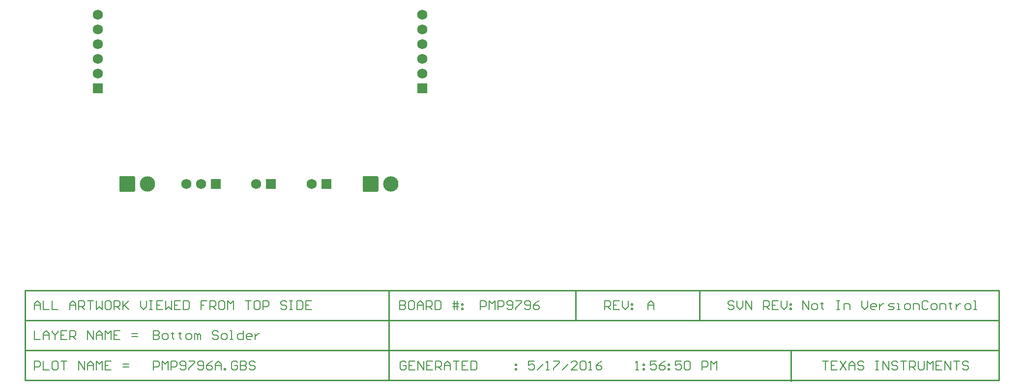
<source format=gbs>
G04 Layer_Color=16711935*
%FSAX25Y25*%
%MOIN*%
G70*
G01*
G75*
%ADD22C,0.01000*%
%ADD26C,0.00800*%
%ADD59C,0.06896*%
G04:AMPARAMS|DCode=60|XSize=68.96mil|YSize=68.96mil|CornerRadius=3.95mil|HoleSize=0mil|Usage=FLASHONLY|Rotation=90.000|XOffset=0mil|YOffset=0mil|HoleType=Round|Shape=RoundedRectangle|*
%AMROUNDEDRECTD60*
21,1,0.06896,0.06106,0,0,90.0*
21,1,0.06106,0.06896,0,0,90.0*
1,1,0.00790,0.03053,0.03053*
1,1,0.00790,0.03053,-0.03053*
1,1,0.00790,-0.03053,-0.03053*
1,1,0.00790,-0.03053,0.03053*
%
%ADD60ROUNDEDRECTD60*%
%ADD61R,0.06896X0.06896*%
G04:AMPARAMS|DCode=62|XSize=68.96mil|YSize=68.96mil|CornerRadius=3.95mil|HoleSize=0mil|Usage=FLASHONLY|Rotation=180.000|XOffset=0mil|YOffset=0mil|HoleType=Round|Shape=RoundedRectangle|*
%AMROUNDEDRECTD62*
21,1,0.06896,0.06106,0,0,180.0*
21,1,0.06106,0.06896,0,0,180.0*
1,1,0.00790,-0.03053,0.03053*
1,1,0.00790,0.03053,0.03053*
1,1,0.00790,0.03053,-0.03053*
1,1,0.00790,-0.03053,-0.03053*
%
%ADD62ROUNDEDRECTD62*%
%ADD63C,0.10400*%
G04:AMPARAMS|DCode=64|XSize=104mil|YSize=104mil|CornerRadius=4mil|HoleSize=0mil|Usage=FLASHONLY|Rotation=0.000|XOffset=0mil|YOffset=0mil|HoleType=Round|Shape=RoundedRectangle|*
%AMROUNDEDRECTD64*
21,1,0.10400,0.09600,0,0,0.0*
21,1,0.09600,0.10400,0,0,0.0*
1,1,0.00800,0.04800,-0.04800*
1,1,0.00800,-0.04800,-0.04800*
1,1,0.00800,-0.04800,0.04800*
1,1,0.00800,0.04800,0.04800*
%
%ADD64ROUNDEDRECTD64*%
G54D22*
X0559400Y0039400D02*
Y0059683D01*
X0440500Y0040050D02*
X0700200D01*
Y0101050D01*
X0286500Y0040050D02*
Y0101050D01*
X0040000Y0040050D02*
Y0101050D01*
X0040050Y0040050D02*
X0197600D01*
X0040050D02*
Y0101050D01*
Y0101050D02*
X0700200D01*
X0040000Y0040050D02*
X0440500D01*
X0040000Y0060383D02*
X0700000D01*
X0040000Y0080717D02*
X0700200D01*
X0413200D02*
Y0101050D01*
X0497200Y0080717D02*
Y0101050D01*
G54D26*
X0126900Y0073549D02*
Y0067551D01*
X0129899D01*
X0130899Y0068550D01*
Y0069550D01*
X0129899Y0070550D01*
X0126900D01*
X0129899D01*
X0130899Y0071549D01*
Y0072549D01*
X0129899Y0073549D01*
X0126900D01*
X0133898Y0067551D02*
X0135897D01*
X0136897Y0068550D01*
Y0070550D01*
X0135897Y0071549D01*
X0133898D01*
X0132898Y0070550D01*
Y0068550D01*
X0133898Y0067551D01*
X0139896Y0072549D02*
Y0071549D01*
X0138896D01*
X0140895D01*
X0139896D01*
Y0068550D01*
X0140895Y0067551D01*
X0144894Y0072549D02*
Y0071549D01*
X0143895D01*
X0145894D01*
X0144894D01*
Y0068550D01*
X0145894Y0067551D01*
X0149893D02*
X0151892D01*
X0152892Y0068550D01*
Y0070550D01*
X0151892Y0071549D01*
X0149893D01*
X0148893Y0070550D01*
Y0068550D01*
X0149893Y0067551D01*
X0154891D02*
Y0071549D01*
X0155891D01*
X0156890Y0070550D01*
Y0067551D01*
Y0070550D01*
X0157890Y0071549D01*
X0158890Y0070550D01*
Y0067551D01*
X0170886Y0072549D02*
X0169886Y0073549D01*
X0167887D01*
X0166887Y0072549D01*
Y0071549D01*
X0167887Y0070550D01*
X0169886D01*
X0170886Y0069550D01*
Y0068550D01*
X0169886Y0067551D01*
X0167887D01*
X0166887Y0068550D01*
X0173885Y0067551D02*
X0175884D01*
X0176884Y0068550D01*
Y0070550D01*
X0175884Y0071549D01*
X0173885D01*
X0172885Y0070550D01*
Y0068550D01*
X0173885Y0067551D01*
X0178883D02*
X0180883D01*
X0179883D01*
Y0073549D01*
X0178883D01*
X0187880D02*
Y0067551D01*
X0184881D01*
X0183882Y0068550D01*
Y0070550D01*
X0184881Y0071549D01*
X0187880D01*
X0192879Y0067551D02*
X0190879D01*
X0189880Y0068550D01*
Y0070550D01*
X0190879Y0071549D01*
X0192879D01*
X0193878Y0070550D01*
Y0069550D01*
X0189880D01*
X0195878Y0071549D02*
Y0067551D01*
Y0069550D01*
X0196877Y0070550D01*
X0197877Y0071549D01*
X0198877D01*
X0580500Y0052965D02*
X0584499D01*
X0582499D01*
Y0046966D01*
X0590497Y0052965D02*
X0586498D01*
Y0046966D01*
X0590497D01*
X0586498Y0049966D02*
X0588497D01*
X0592496Y0052965D02*
X0596495Y0046966D01*
Y0052965D02*
X0592496Y0046966D01*
X0598494D02*
Y0050965D01*
X0600493Y0052965D01*
X0602493Y0050965D01*
Y0046966D01*
Y0049966D01*
X0598494D01*
X0608491Y0051965D02*
X0607491Y0052965D01*
X0605492D01*
X0604492Y0051965D01*
Y0050965D01*
X0605492Y0049966D01*
X0607491D01*
X0608491Y0048966D01*
Y0047966D01*
X0607491Y0046966D01*
X0605492D01*
X0604492Y0047966D01*
X0616488Y0052965D02*
X0618488D01*
X0617488D01*
Y0046966D01*
X0616488D01*
X0618488D01*
X0621487D02*
Y0052965D01*
X0625486Y0046966D01*
Y0052965D01*
X0631484Y0051965D02*
X0630484Y0052965D01*
X0628484D01*
X0627485Y0051965D01*
Y0050965D01*
X0628484Y0049966D01*
X0630484D01*
X0631484Y0048966D01*
Y0047966D01*
X0630484Y0046966D01*
X0628484D01*
X0627485Y0047966D01*
X0633483Y0052965D02*
X0637482D01*
X0635482D01*
Y0046966D01*
X0639481D02*
Y0052965D01*
X0642480D01*
X0643480Y0051965D01*
Y0049966D01*
X0642480Y0048966D01*
X0639481D01*
X0641480D02*
X0643480Y0046966D01*
X0645479Y0052965D02*
Y0047966D01*
X0646479Y0046966D01*
X0648478D01*
X0649478Y0047966D01*
Y0052965D01*
X0651477Y0046966D02*
Y0052965D01*
X0653476Y0050965D01*
X0655476Y0052965D01*
Y0046966D01*
X0661474Y0052965D02*
X0657475D01*
Y0046966D01*
X0661474D01*
X0657475Y0049966D02*
X0659474D01*
X0663473Y0046966D02*
Y0052965D01*
X0667472Y0046966D01*
Y0052965D01*
X0669471D02*
X0673470D01*
X0671471D01*
Y0046966D01*
X0679468Y0051965D02*
X0678468Y0052965D01*
X0676469D01*
X0675469Y0051965D01*
Y0050965D01*
X0676469Y0049966D01*
X0678468D01*
X0679468Y0048966D01*
Y0047966D01*
X0678468Y0046966D01*
X0676469D01*
X0675469Y0047966D01*
X0454050Y0046966D02*
X0456049D01*
X0455050D01*
Y0052965D01*
X0454050Y0051965D01*
X0459048Y0050965D02*
X0460048D01*
Y0049966D01*
X0459048D01*
Y0050965D01*
Y0047966D02*
X0460048D01*
Y0046966D01*
X0459048D01*
Y0047966D01*
X0468046Y0052965D02*
X0464047D01*
Y0049966D01*
X0466046Y0050965D01*
X0467046D01*
X0468046Y0049966D01*
Y0047966D01*
X0467046Y0046966D01*
X0465046D01*
X0464047Y0047966D01*
X0474044Y0052965D02*
X0472044Y0051965D01*
X0470045Y0049966D01*
Y0047966D01*
X0471044Y0046966D01*
X0473044D01*
X0474044Y0047966D01*
Y0048966D01*
X0473044Y0049966D01*
X0470045D01*
X0476043Y0050965D02*
X0477043D01*
Y0049966D01*
X0476043D01*
Y0050965D01*
Y0047966D02*
X0477043D01*
Y0046966D01*
X0476043D01*
Y0047966D01*
X0485040Y0052965D02*
X0481041D01*
Y0049966D01*
X0483041Y0050965D01*
X0484040D01*
X0485040Y0049966D01*
Y0047966D01*
X0484040Y0046966D01*
X0482041D01*
X0481041Y0047966D01*
X0487039Y0051965D02*
X0488039Y0052965D01*
X0490038D01*
X0491038Y0051965D01*
Y0047966D01*
X0490038Y0046966D01*
X0488039D01*
X0487039Y0047966D01*
Y0051965D01*
X0499035Y0046966D02*
Y0052965D01*
X0502035D01*
X0503034Y0051965D01*
Y0049966D01*
X0502035Y0048966D01*
X0499035D01*
X0505033Y0046966D02*
Y0052965D01*
X0507033Y0050965D01*
X0509032Y0052965D01*
Y0046966D01*
X0046350D02*
Y0052965D01*
X0049349D01*
X0050349Y0051965D01*
Y0049966D01*
X0049349Y0048966D01*
X0046350D01*
X0052348Y0052965D02*
Y0046966D01*
X0056347D01*
X0061345Y0052965D02*
X0059346D01*
X0058346Y0051965D01*
Y0047966D01*
X0059346Y0046966D01*
X0061345D01*
X0062345Y0047966D01*
Y0051965D01*
X0061345Y0052965D01*
X0064344D02*
X0068343D01*
X0066343D01*
Y0046966D01*
X0076340D02*
Y0052965D01*
X0080339Y0046966D01*
Y0052965D01*
X0082338Y0046966D02*
Y0050965D01*
X0084338Y0052965D01*
X0086337Y0050965D01*
Y0046966D01*
Y0049966D01*
X0082338D01*
X0088336Y0046966D02*
Y0052965D01*
X0090336Y0050965D01*
X0092335Y0052965D01*
Y0046966D01*
X0098333Y0052965D02*
X0094335D01*
Y0046966D01*
X0098333D01*
X0094335Y0049966D02*
X0096334D01*
X0106331Y0048966D02*
X0110329D01*
X0106331Y0050965D02*
X0110329D01*
X0046350Y0073549D02*
Y0067551D01*
X0050349D01*
X0052348D02*
Y0071549D01*
X0054347Y0073549D01*
X0056347Y0071549D01*
Y0067551D01*
Y0070550D01*
X0052348D01*
X0058346Y0073549D02*
Y0072549D01*
X0060346Y0070550D01*
X0062345Y0072549D01*
Y0073549D01*
X0060346Y0070550D02*
Y0067551D01*
X0068343Y0073549D02*
X0064344D01*
Y0067551D01*
X0068343D01*
X0064344Y0070550D02*
X0066343D01*
X0070342Y0067551D02*
Y0073549D01*
X0073341D01*
X0074341Y0072549D01*
Y0070550D01*
X0073341Y0069550D01*
X0070342D01*
X0072342D02*
X0074341Y0067551D01*
X0082338D02*
Y0073549D01*
X0086337Y0067551D01*
Y0073549D01*
X0088336Y0067551D02*
Y0071549D01*
X0090336Y0073549D01*
X0092335Y0071549D01*
Y0067551D01*
Y0070550D01*
X0088336D01*
X0094335Y0067551D02*
Y0073549D01*
X0096334Y0071549D01*
X0098333Y0073549D01*
Y0067551D01*
X0104331Y0073549D02*
X0100332D01*
Y0067551D01*
X0104331D01*
X0100332Y0070550D02*
X0102332D01*
X0112329Y0069550D02*
X0116327D01*
X0112329Y0071549D02*
X0116327D01*
X0294000Y0093831D02*
Y0087833D01*
X0296999D01*
X0297999Y0088833D01*
Y0089833D01*
X0296999Y0090832D01*
X0294000D01*
X0296999D01*
X0297999Y0091832D01*
Y0092832D01*
X0296999Y0093831D01*
X0294000D01*
X0302997D02*
X0300998D01*
X0299998Y0092832D01*
Y0088833D01*
X0300998Y0087833D01*
X0302997D01*
X0303997Y0088833D01*
Y0092832D01*
X0302997Y0093831D01*
X0305996Y0087833D02*
Y0091832D01*
X0307996Y0093831D01*
X0309995Y0091832D01*
Y0087833D01*
Y0090832D01*
X0305996D01*
X0311994Y0087833D02*
Y0093831D01*
X0314993D01*
X0315993Y0092832D01*
Y0090832D01*
X0314993Y0089833D01*
X0311994D01*
X0313994D02*
X0315993Y0087833D01*
X0317992Y0093831D02*
Y0087833D01*
X0320991D01*
X0321991Y0088833D01*
Y0092832D01*
X0320991Y0093831D01*
X0317992D01*
X0330988Y0087833D02*
Y0093831D01*
X0332987D02*
Y0087833D01*
X0329988Y0091832D02*
X0332987D01*
X0333987D01*
X0329988Y0089833D02*
X0333987D01*
X0335986Y0091832D02*
X0336986D01*
Y0090832D01*
X0335986D01*
Y0091832D01*
Y0088833D02*
X0336986D01*
Y0087833D01*
X0335986D01*
Y0088833D01*
X0348550Y0087833D02*
Y0093831D01*
X0351549D01*
X0352549Y0092832D01*
Y0090832D01*
X0351549Y0089833D01*
X0348550D01*
X0354548Y0087833D02*
Y0093831D01*
X0356547Y0091832D01*
X0358547Y0093831D01*
Y0087833D01*
X0360546D02*
Y0093831D01*
X0363545D01*
X0364545Y0092832D01*
Y0090832D01*
X0363545Y0089833D01*
X0360546D01*
X0366544Y0088833D02*
X0367544Y0087833D01*
X0369543D01*
X0370543Y0088833D01*
Y0092832D01*
X0369543Y0093831D01*
X0367544D01*
X0366544Y0092832D01*
Y0091832D01*
X0367544Y0090832D01*
X0370543D01*
X0372542Y0093831D02*
X0376541D01*
Y0092832D01*
X0372542Y0088833D01*
Y0087833D01*
X0378540Y0088833D02*
X0379540Y0087833D01*
X0381539D01*
X0382539Y0088833D01*
Y0092832D01*
X0381539Y0093831D01*
X0379540D01*
X0378540Y0092832D01*
Y0091832D01*
X0379540Y0090832D01*
X0382539D01*
X0388537Y0093831D02*
X0386538Y0092832D01*
X0384538Y0090832D01*
Y0088833D01*
X0385538Y0087833D01*
X0387537D01*
X0388537Y0088833D01*
Y0089833D01*
X0387537Y0090832D01*
X0384538D01*
X0462150Y0087833D02*
Y0091832D01*
X0464149Y0093831D01*
X0466149Y0091832D01*
Y0087833D01*
Y0090832D01*
X0462150D01*
X0046350Y0087833D02*
Y0091832D01*
X0048349Y0093831D01*
X0050349Y0091832D01*
Y0087833D01*
Y0090832D01*
X0046350D01*
X0052348Y0093831D02*
Y0087833D01*
X0056347D01*
X0058346Y0093831D02*
Y0087833D01*
X0062345D01*
X0070342D02*
Y0091832D01*
X0072342Y0093831D01*
X0074341Y0091832D01*
Y0087833D01*
Y0090832D01*
X0070342D01*
X0076340Y0087833D02*
Y0093831D01*
X0079339D01*
X0080339Y0092832D01*
Y0090832D01*
X0079339Y0089833D01*
X0076340D01*
X0078340D02*
X0080339Y0087833D01*
X0082338Y0093831D02*
X0086337D01*
X0084338D01*
Y0087833D01*
X0088336Y0093831D02*
Y0087833D01*
X0090336Y0089833D01*
X0092335Y0087833D01*
Y0093831D01*
X0097334D02*
X0095334D01*
X0094335Y0092832D01*
Y0088833D01*
X0095334Y0087833D01*
X0097334D01*
X0098333Y0088833D01*
Y0092832D01*
X0097334Y0093831D01*
X0100332Y0087833D02*
Y0093831D01*
X0103332D01*
X0104331Y0092832D01*
Y0090832D01*
X0103332Y0089833D01*
X0100332D01*
X0102332D02*
X0104331Y0087833D01*
X0106331Y0093831D02*
Y0087833D01*
Y0089833D01*
X0110329Y0093831D01*
X0107330Y0090832D01*
X0110329Y0087833D01*
X0118327Y0093831D02*
Y0089833D01*
X0120326Y0087833D01*
X0122325Y0089833D01*
Y0093831D01*
X0124325D02*
X0126324D01*
X0125324D01*
Y0087833D01*
X0124325D01*
X0126324D01*
X0133322Y0093831D02*
X0129323D01*
Y0087833D01*
X0133322D01*
X0129323Y0090832D02*
X0131323D01*
X0135321Y0093831D02*
Y0087833D01*
X0137321Y0089833D01*
X0139320Y0087833D01*
Y0093831D01*
X0145318D02*
X0141319D01*
Y0087833D01*
X0145318D01*
X0141319Y0090832D02*
X0143319D01*
X0147317Y0093831D02*
Y0087833D01*
X0150316D01*
X0151316Y0088833D01*
Y0092832D01*
X0150316Y0093831D01*
X0147317D01*
X0163312D02*
X0159313D01*
Y0090832D01*
X0161313D01*
X0159313D01*
Y0087833D01*
X0165312D02*
Y0093831D01*
X0168310D01*
X0169310Y0092832D01*
Y0090832D01*
X0168310Y0089833D01*
X0165312D01*
X0167311D02*
X0169310Y0087833D01*
X0174309Y0093831D02*
X0172309D01*
X0171310Y0092832D01*
Y0088833D01*
X0172309Y0087833D01*
X0174309D01*
X0175308Y0088833D01*
Y0092832D01*
X0174309Y0093831D01*
X0177308Y0087833D02*
Y0093831D01*
X0179307Y0091832D01*
X0181306Y0093831D01*
Y0087833D01*
X0189304Y0093831D02*
X0193303D01*
X0191303D01*
Y0087833D01*
X0198301Y0093831D02*
X0196301D01*
X0195302Y0092832D01*
Y0088833D01*
X0196301Y0087833D01*
X0198301D01*
X0199301Y0088833D01*
Y0092832D01*
X0198301Y0093831D01*
X0201300Y0087833D02*
Y0093831D01*
X0204299D01*
X0205299Y0092832D01*
Y0090832D01*
X0204299Y0089833D01*
X0201300D01*
X0217295Y0092832D02*
X0216295Y0093831D01*
X0214296D01*
X0213296Y0092832D01*
Y0091832D01*
X0214296Y0090832D01*
X0216295D01*
X0217295Y0089833D01*
Y0088833D01*
X0216295Y0087833D01*
X0214296D01*
X0213296Y0088833D01*
X0219294Y0093831D02*
X0221293D01*
X0220294D01*
Y0087833D01*
X0219294D01*
X0221293D01*
X0224292Y0093831D02*
Y0087833D01*
X0227291D01*
X0228291Y0088833D01*
Y0092832D01*
X0227291Y0093831D01*
X0224292D01*
X0234289D02*
X0230291D01*
Y0087833D01*
X0234289D01*
X0230291Y0090832D02*
X0232290D01*
X0298199Y0051965D02*
X0297199Y0052965D01*
X0295200D01*
X0294200Y0051965D01*
Y0047966D01*
X0295200Y0046966D01*
X0297199D01*
X0298199Y0047966D01*
Y0049966D01*
X0296199D01*
X0304197Y0052965D02*
X0300198D01*
Y0046966D01*
X0304197D01*
X0300198Y0049966D02*
X0302197D01*
X0306196Y0046966D02*
Y0052965D01*
X0310195Y0046966D01*
Y0052965D01*
X0316193D02*
X0312194D01*
Y0046966D01*
X0316193D01*
X0312194Y0049966D02*
X0314194D01*
X0318192Y0046966D02*
Y0052965D01*
X0321191D01*
X0322191Y0051965D01*
Y0049966D01*
X0321191Y0048966D01*
X0318192D01*
X0320192D02*
X0322191Y0046966D01*
X0324190D02*
Y0050965D01*
X0326190Y0052965D01*
X0328189Y0050965D01*
Y0046966D01*
Y0049966D01*
X0324190D01*
X0330188Y0052965D02*
X0334187D01*
X0332188D01*
Y0046966D01*
X0340185Y0052965D02*
X0336186D01*
Y0046966D01*
X0340185D01*
X0336186Y0049966D02*
X0338186D01*
X0342184Y0052965D02*
Y0046966D01*
X0345183D01*
X0346183Y0047966D01*
Y0051965D01*
X0345183Y0052965D01*
X0342184D01*
X0372175Y0050965D02*
X0373175D01*
Y0049966D01*
X0372175D01*
Y0050965D01*
Y0047966D02*
X0373175D01*
Y0046966D01*
X0372175D01*
Y0047966D01*
X0385149Y0052965D02*
X0381150D01*
Y0049966D01*
X0383149Y0050965D01*
X0384149D01*
X0385149Y0049966D01*
Y0047966D01*
X0384149Y0046966D01*
X0382150D01*
X0381150Y0047966D01*
X0387148Y0046966D02*
X0391147Y0050965D01*
X0393146Y0046966D02*
X0395146D01*
X0394146D01*
Y0052965D01*
X0393146Y0051965D01*
X0398145Y0052965D02*
X0402143D01*
Y0051965D01*
X0398145Y0047966D01*
Y0046966D01*
X0404143D02*
X0408141Y0050965D01*
X0414139Y0046966D02*
X0410141D01*
X0414139Y0050965D01*
Y0051965D01*
X0413140Y0052965D01*
X0411140D01*
X0410141Y0051965D01*
X0416139D02*
X0417138Y0052965D01*
X0419138D01*
X0420137Y0051965D01*
Y0047966D01*
X0419138Y0046966D01*
X0417138D01*
X0416139Y0047966D01*
Y0051965D01*
X0422137Y0046966D02*
X0424136D01*
X0423136D01*
Y0052965D01*
X0422137Y0051965D01*
X0431134Y0052965D02*
X0429135Y0051965D01*
X0427135Y0049966D01*
Y0047966D01*
X0428135Y0046966D01*
X0430134D01*
X0431134Y0047966D01*
Y0048966D01*
X0430134Y0049966D01*
X0427135D01*
X0126900Y0046966D02*
Y0052965D01*
X0129899D01*
X0130899Y0051965D01*
Y0049966D01*
X0129899Y0048966D01*
X0126900D01*
X0132898Y0046966D02*
Y0052965D01*
X0134897Y0050965D01*
X0136897Y0052965D01*
Y0046966D01*
X0138896D02*
Y0052965D01*
X0141895D01*
X0142895Y0051965D01*
Y0049966D01*
X0141895Y0048966D01*
X0138896D01*
X0144894Y0047966D02*
X0145894Y0046966D01*
X0147893D01*
X0148893Y0047966D01*
Y0051965D01*
X0147893Y0052965D01*
X0145894D01*
X0144894Y0051965D01*
Y0050965D01*
X0145894Y0049966D01*
X0148893D01*
X0150892Y0052965D02*
X0154891D01*
Y0051965D01*
X0150892Y0047966D01*
Y0046966D01*
X0156890Y0047966D02*
X0157890Y0046966D01*
X0159889D01*
X0160889Y0047966D01*
Y0051965D01*
X0159889Y0052965D01*
X0157890D01*
X0156890Y0051965D01*
Y0050965D01*
X0157890Y0049966D01*
X0160889D01*
X0166887Y0052965D02*
X0164888Y0051965D01*
X0162888Y0049966D01*
Y0047966D01*
X0163888Y0046966D01*
X0165887D01*
X0166887Y0047966D01*
Y0048966D01*
X0165887Y0049966D01*
X0162888D01*
X0168886Y0046966D02*
Y0050965D01*
X0170886Y0052965D01*
X0172885Y0050965D01*
Y0046966D01*
Y0049966D01*
X0168886D01*
X0174884Y0046966D02*
Y0047966D01*
X0175884D01*
Y0046966D01*
X0174884D01*
X0183882Y0051965D02*
X0182882Y0052965D01*
X0180883D01*
X0179883Y0051965D01*
Y0047966D01*
X0180883Y0046966D01*
X0182882D01*
X0183882Y0047966D01*
Y0049966D01*
X0181882D01*
X0185881Y0052965D02*
Y0046966D01*
X0188880D01*
X0189880Y0047966D01*
Y0048966D01*
X0188880Y0049966D01*
X0185881D01*
X0188880D01*
X0189880Y0050965D01*
Y0051965D01*
X0188880Y0052965D01*
X0185881D01*
X0195878Y0051965D02*
X0194878Y0052965D01*
X0192879D01*
X0191879Y0051965D01*
Y0050965D01*
X0192879Y0049966D01*
X0194878D01*
X0195878Y0048966D01*
Y0047966D01*
X0194878Y0046966D01*
X0192879D01*
X0191879Y0047966D01*
X0433000Y0087833D02*
Y0093831D01*
X0435999D01*
X0436999Y0092832D01*
Y0090832D01*
X0435999Y0089833D01*
X0433000D01*
X0434999D02*
X0436999Y0087833D01*
X0442997Y0093831D02*
X0438998D01*
Y0087833D01*
X0442997D01*
X0438998Y0090832D02*
X0440997D01*
X0444996Y0093831D02*
Y0089833D01*
X0446995Y0087833D01*
X0448995Y0089833D01*
Y0093831D01*
X0450994Y0091832D02*
X0451994D01*
Y0090832D01*
X0450994D01*
Y0091832D01*
Y0088833D02*
X0451994D01*
Y0087833D01*
X0450994D01*
Y0088833D01*
X0520799Y0092832D02*
X0519799Y0093831D01*
X0517800D01*
X0516800Y0092832D01*
Y0091832D01*
X0517800Y0090832D01*
X0519799D01*
X0520799Y0089833D01*
Y0088833D01*
X0519799Y0087833D01*
X0517800D01*
X0516800Y0088833D01*
X0522798Y0093831D02*
Y0089833D01*
X0524797Y0087833D01*
X0526797Y0089833D01*
Y0093831D01*
X0528796Y0087833D02*
Y0093831D01*
X0532795Y0087833D01*
Y0093831D01*
X0540792Y0087833D02*
Y0093831D01*
X0543791D01*
X0544791Y0092832D01*
Y0090832D01*
X0543791Y0089833D01*
X0540792D01*
X0542792D02*
X0544791Y0087833D01*
X0550789Y0093831D02*
X0546790D01*
Y0087833D01*
X0550789D01*
X0546790Y0090832D02*
X0548790D01*
X0552788Y0093831D02*
Y0089833D01*
X0554788Y0087833D01*
X0556787Y0089833D01*
Y0093831D01*
X0558786Y0091832D02*
X0559786D01*
Y0090832D01*
X0558786D01*
Y0091832D01*
Y0088833D02*
X0559786D01*
Y0087833D01*
X0558786D01*
Y0088833D01*
X0567400Y0087833D02*
Y0093831D01*
X0571399Y0087833D01*
Y0093831D01*
X0574398Y0087833D02*
X0576397D01*
X0577397Y0088833D01*
Y0090832D01*
X0576397Y0091832D01*
X0574398D01*
X0573398Y0090832D01*
Y0088833D01*
X0574398Y0087833D01*
X0580396Y0092832D02*
Y0091832D01*
X0579396D01*
X0581395D01*
X0580396D01*
Y0088833D01*
X0581395Y0087833D01*
X0590393Y0093831D02*
X0592392D01*
X0591392D01*
Y0087833D01*
X0590393D01*
X0592392D01*
X0595391D02*
Y0091832D01*
X0598390D01*
X0599390Y0090832D01*
Y0087833D01*
X0607387Y0093831D02*
Y0089833D01*
X0609386Y0087833D01*
X0611386Y0089833D01*
Y0093831D01*
X0616384Y0087833D02*
X0614385D01*
X0613385Y0088833D01*
Y0090832D01*
X0614385Y0091832D01*
X0616384D01*
X0617384Y0090832D01*
Y0089833D01*
X0613385D01*
X0619383Y0091832D02*
Y0087833D01*
Y0089833D01*
X0620383Y0090832D01*
X0621383Y0091832D01*
X0622382D01*
X0625381Y0087833D02*
X0628380D01*
X0629380Y0088833D01*
X0628380Y0089833D01*
X0626381D01*
X0625381Y0090832D01*
X0626381Y0091832D01*
X0629380D01*
X0631379Y0087833D02*
X0633379D01*
X0632379D01*
Y0091832D01*
X0631379D01*
X0637377Y0087833D02*
X0639377D01*
X0640376Y0088833D01*
Y0090832D01*
X0639377Y0091832D01*
X0637377D01*
X0636378Y0090832D01*
Y0088833D01*
X0637377Y0087833D01*
X0642376D02*
Y0091832D01*
X0645375D01*
X0646374Y0090832D01*
Y0087833D01*
X0652373Y0092832D02*
X0651373Y0093831D01*
X0649373D01*
X0648374Y0092832D01*
Y0088833D01*
X0649373Y0087833D01*
X0651373D01*
X0652373Y0088833D01*
X0655372Y0087833D02*
X0657371D01*
X0658371Y0088833D01*
Y0090832D01*
X0657371Y0091832D01*
X0655372D01*
X0654372Y0090832D01*
Y0088833D01*
X0655372Y0087833D01*
X0660370D02*
Y0091832D01*
X0663369D01*
X0664369Y0090832D01*
Y0087833D01*
X0667368Y0092832D02*
Y0091832D01*
X0666368D01*
X0668367D01*
X0667368D01*
Y0088833D01*
X0668367Y0087833D01*
X0671366Y0091832D02*
Y0087833D01*
Y0089833D01*
X0672366Y0090832D01*
X0673366Y0091832D01*
X0674365D01*
X0678364Y0087833D02*
X0680364D01*
X0681363Y0088833D01*
Y0090832D01*
X0680364Y0091832D01*
X0678364D01*
X0677364Y0090832D01*
Y0088833D01*
X0678364Y0087833D01*
X0683362D02*
X0685362D01*
X0684362D01*
Y0093831D01*
X0683362D01*
G54D59*
X0309200Y0288400D02*
D03*
Y0278400D02*
D03*
Y0258400D02*
D03*
Y0248400D02*
D03*
Y0268400D02*
D03*
X0149200Y0173400D02*
D03*
X0159200D02*
D03*
X0234200D02*
D03*
X0196700D02*
D03*
X0089200Y0288400D02*
D03*
Y0278400D02*
D03*
Y0258400D02*
D03*
Y0248400D02*
D03*
Y0268400D02*
D03*
G54D60*
X0309200Y0238400D02*
D03*
X0089200D02*
D03*
G54D61*
X0169200Y0173400D02*
D03*
G54D62*
X0244200D02*
D03*
X0206700D02*
D03*
G54D63*
X0123000D02*
D03*
X0288000D02*
D03*
G54D64*
X0109200D02*
D03*
X0274200D02*
D03*
M02*

</source>
